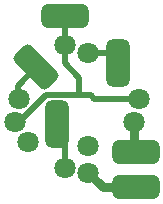
<source format=gbr>
%TF.GenerationSoftware,KiCad,Pcbnew,7.0.1*%
%TF.CreationDate,2024-04-03T18:52:35-06:00*%
%TF.ProjectId,HOTAS_Hat Switch Breakout,484f5441-535f-4486-9174-205377697463,rev?*%
%TF.SameCoordinates,Original*%
%TF.FileFunction,Copper,L1,Top*%
%TF.FilePolarity,Positive*%
%FSLAX46Y46*%
G04 Gerber Fmt 4.6, Leading zero omitted, Abs format (unit mm)*
G04 Created by KiCad (PCBNEW 7.0.1) date 2024-04-03 18:52:35*
%MOMM*%
%LPD*%
G01*
G04 APERTURE LIST*
G04 Aperture macros list*
%AMRoundRect*
0 Rectangle with rounded corners*
0 $1 Rounding radius*
0 $2 $3 $4 $5 $6 $7 $8 $9 X,Y pos of 4 corners*
0 Add a 4 corners polygon primitive as box body*
4,1,4,$2,$3,$4,$5,$6,$7,$8,$9,$2,$3,0*
0 Add four circle primitives for the rounded corners*
1,1,$1+$1,$2,$3*
1,1,$1+$1,$4,$5*
1,1,$1+$1,$6,$7*
1,1,$1+$1,$8,$9*
0 Add four rect primitives between the rounded corners*
20,1,$1+$1,$2,$3,$4,$5,0*
20,1,$1+$1,$4,$5,$6,$7,0*
20,1,$1+$1,$6,$7,$8,$9,0*
20,1,$1+$1,$8,$9,$2,$3,0*%
G04 Aperture macros list end*
%TA.AperFunction,SMDPad,CuDef*%
%ADD10RoundRect,0.500000X0.500000X1.500000X-0.500000X1.500000X-0.500000X-1.500000X0.500000X-1.500000X0*%
%TD*%
%TA.AperFunction,SMDPad,CuDef*%
%ADD11RoundRect,0.500000X-1.500000X0.500000X-1.500000X-0.500000X1.500000X-0.500000X1.500000X0.500000X0*%
%TD*%
%TA.AperFunction,SMDPad,CuDef*%
%ADD12RoundRect,0.500000X-0.500000X-1.500000X0.500000X-1.500000X0.500000X1.500000X-0.500000X1.500000X0*%
%TD*%
%TA.AperFunction,SMDPad,CuDef*%
%ADD13RoundRect,0.500000X0.707107X-1.414214X1.414214X-0.707107X-0.707107X1.414214X-1.414214X0.707107X0*%
%TD*%
%TA.AperFunction,SMDPad,CuDef*%
%ADD14RoundRect,0.500000X1.500000X-0.500000X1.500000X0.500000X-1.500000X0.500000X-1.500000X-0.500000X0*%
%TD*%
%TA.AperFunction,WasherPad*%
%ADD15C,1.800000*%
%TD*%
%TA.AperFunction,ComponentPad*%
%ADD16C,1.800000*%
%TD*%
%TA.AperFunction,Conductor*%
%ADD17C,0.508000*%
%TD*%
%TA.AperFunction,Conductor*%
%ADD18C,0.762000*%
%TD*%
G04 APERTURE END LIST*
D10*
%TO.P,J1,1*%
%TO.N,Net-(J1-Pad1)*%
X3500000Y4000000D03*
%TD*%
D11*
%TO.P,J2,1*%
%TO.N,Net-(J2-Pad1)*%
X5000000Y-3500000D03*
%TD*%
D12*
%TO.P,J3,1*%
%TO.N,Net-(J3-Pad1)*%
X-1684192Y-1171818D03*
%TD*%
D13*
%TO.P,J4,1*%
%TO.N,Net-(J4-Pad1)*%
X-3430714Y3662774D03*
%TD*%
D14*
%TO.P,J6,1*%
%TO.N,Net-(J6-Pad1)*%
X5000000Y-6500000D03*
%TD*%
%TO.P,J5,1*%
%TO.N,Net-(J5-Pad1)*%
X-1000000Y8000000D03*
%TD*%
D15*
%TO.P,S1,*%
%TO.N,*%
X1000000Y-3000000D03*
D16*
%TO.P,S1,A*%
%TO.N,Net-(J1-Pad1)*%
X1000000Y4848000D03*
%TO.P,S1,B*%
%TO.N,Net-(J2-Pad1)*%
X4845000Y-1000000D03*
%TO.P,S1,C*%
%TO.N,Net-(J3-Pad1)*%
X-1000000Y-4848000D03*
%TO.P,S1,COM*%
%TO.N,Net-(J6-Pad1)*%
X1000000Y-5256000D03*
%TO.P,S1,D*%
%TO.N,Net-(J4-Pad1)*%
X-4848000Y1000000D03*
%TO.P,S1,GND*%
%TO.N,N/C*%
X-4150000Y-2698000D03*
%TO.P,S1,PUSH1*%
%TO.N,Net-(J5-Pad1)*%
X-5256000Y-1000000D03*
%TO.P,S1,PUSH2*%
X-1000000Y5526000D03*
%TO.P,S1,PUSH3*%
X5256000Y1000000D03*
%TD*%
D17*
%TO.N,Net-(J1-Pad1)*%
X3348000Y4848000D02*
X3500000Y5000000D01*
X1000000Y4848000D02*
X3348000Y4848000D01*
D18*
%TO.N,Net-(J2-Pad1)*%
X4845000Y-1000000D02*
X4845000Y-3345000D01*
X4845000Y-3345000D02*
X5000000Y-3500000D01*
D17*
%TO.N,Net-(J3-Pad1)*%
X-1000000Y-2500000D02*
X-2000000Y-1500000D01*
X-1000000Y-4848000D02*
X-1000000Y-2500000D01*
X-2000000Y-1500000D02*
X-2000000Y-1000000D01*
%TO.N,Net-(J4-Pad1)*%
X-5000000Y2093488D02*
X-5000000Y1000000D01*
X-3430714Y3662774D02*
X-5000000Y2093488D01*
%TO.N,Net-(J5-Pad1)*%
X-1000000Y5526000D02*
X-1000000Y8000000D01*
X205450Y2794550D02*
X205450Y1294550D01*
X-1000000Y5526000D02*
X-1000000Y4000000D01*
X-2566998Y1294550D02*
X205450Y1294550D01*
X5256000Y1000000D02*
X1500000Y1000000D01*
X-5256000Y-1000000D02*
X-4861548Y-1000000D01*
X-4861548Y-1000000D02*
X-2566998Y1294550D01*
X1205450Y1294550D02*
X1500000Y1000000D01*
X-1000000Y4000000D02*
X205450Y2794550D01*
X205450Y1294550D02*
X1205450Y1294550D01*
D18*
%TO.N,Net-(J6-Pad1)*%
X2244000Y-6500000D02*
X5000000Y-6500000D01*
X1000000Y-5256000D02*
X2244000Y-6500000D01*
%TD*%
M02*

</source>
